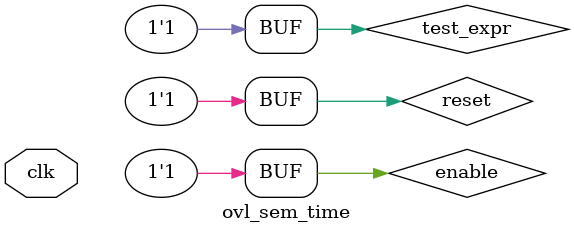
<source format=sv>
module ovl_sem_time(input logic clk);
  logic reset = 1'b1;
  logic enable = 1'b1;
  logic [2:0] cycles = 3'd0;
  logic start_event;
  logic test_expr;

  always_ff @(posedge clk)
    cycles <= cycles + 3'd1;

  assign start_event = (cycles == 3'd1);
`ifdef FAIL
  assign test_expr = 1'b0;
`else
  assign test_expr = 1'b1;
`endif

  ovl_time #(
      .num_cks(2)) dut (
      .clock(clk),
      .reset(reset),
      .enable(enable),
      .start_event(start_event),
      .test_expr(test_expr),
      .fire());
endmodule

</source>
